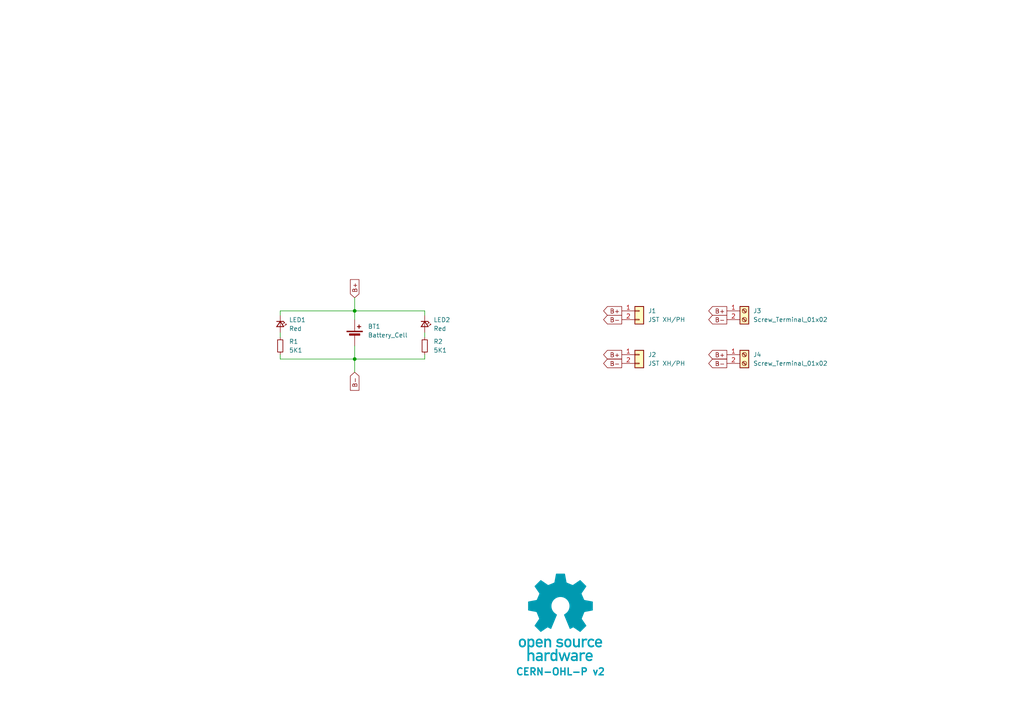
<source format=kicad_sch>
(kicad_sch (version 20231120) (generator "eeschema") (generator_version "8.0")
  (paper "A4")
  (lib_symbols
    (symbol "Connector:Screw_Terminal_01x02" (pin_names (offset 1.016) hide)
      (property "Reference" "J" (at 0 2.54 0))
      (property "Value" "Screw_Terminal_01x02" (at 0 -5.08 0))
      (symbol "Screw_Terminal_01x02_1_1"
        (rectangle (start -1.27 1.27) (end 1.27 -3.81) (stroke (width 0.254)) (fill (type background)))
        (circle (center 0 -2.54) (radius 0.635) (stroke (width 0.1524)))
        (polyline (pts (xy -0.5334 -2.2098) (xy 0.3302 -3.048)) (stroke (width 0.1524)))
        (polyline (pts (xy -0.5334 0.3302) (xy 0.3302 -0.508)) (stroke (width 0.1524)))
        (polyline (pts (xy -0.3556 -2.032) (xy 0.508 -2.8702)) (stroke (width 0.1524)))
        (polyline (pts (xy -0.3556 0.508) (xy 0.508 -0.3302)) (stroke (width 0.1524)))
        (circle (center 0 0) (radius 0.635) (stroke (width 0.1524)))
        (pin passive line (at -5.08 0 0) (length 3.81) (name "Pin_1") (number "1"))
        (pin passive line (at -5.08 -2.54 0) (length 3.81) (name "Pin_2") (number "2"))
      )
    )
    (symbol "Connector_Generic:Conn_01x02" (pin_names (offset 1.016) hide)
      (property "Reference" "J" (at 0 2.54 0))
      (property "Value" "Conn_01x02" (at 0 -5.08 0))
      (symbol "Conn_01x02_1_1"
        (rectangle (start -1.27 -2.413) (end 0 -2.667) (stroke (width 0.1524)))
        (rectangle (start -1.27 0.127) (end 0 -0.127) (stroke (width 0.1524)))
        (rectangle (start -1.27 1.27) (end 1.27 -3.81) (stroke (width 0.254)) (fill (type background)))
        (pin passive line (at -5.08 0 0) (length 3.81) (name "Pin_1") (number "1"))
        (pin passive line (at -5.08 -2.54 0) (length 3.81) (name "Pin_2") (number "2"))
      )
    )
    (symbol "Device:Battery_Cell" (pin_numbers hide) (pin_names (offset 0) hide)
      (property "Reference" "BT" (at 2.54 2.54 0))
      (property "Value" "Battery_Cell" (at 2.54 0 0))
      (symbol "Battery_Cell_0_1"
        (rectangle (start -2.286 1.778) (end 2.286 1.524) (fill (type outline)))
        (rectangle (start -1.524 1.016) (end 1.524 0.508) (fill (type outline)))
        (polyline (pts (xy 0 0.762) (xy 0 0)))
        (polyline (pts (xy 0 1.778) (xy 0 2.54)))
        (polyline (pts (xy 0.762 3.048) (xy 1.778 3.048)) (stroke (width 0.254)))
        (polyline (pts (xy 1.27 3.556) (xy 1.27 2.54)) (stroke (width 0.254)))
      )
      (symbol "Battery_Cell_1_1"
        (pin passive line (at 0 5.08 270) (length 2.54) (name "+") (number "1"))
        (pin passive line (at 0 -2.54 90) (length 2.54) (name "-") (number "2"))
      )
    )
    (symbol "Device:LED_Small" (pin_numbers hide) (pin_names (offset 0.254) hide)
      (property "Reference" "D" (at -1.27 3.175 0))
      (property "Value" "LED_Small" (at -4.445 -2.54 0))
      (symbol "LED_Small_0_1"
        (polyline (pts (xy -0.762 -1.016) (xy -0.762 1.016)) (stroke (width 0.254)))
        (polyline (pts (xy 1.016 0) (xy -0.762 0)))
        (polyline (pts (xy 0.762 -1.016) (xy -0.762 0) (xy 0.762 1.016) (xy 0.762 -1.016)) (stroke (width 0.254)))
        (polyline (pts (xy 0 0.762) (xy -0.508 1.27) (xy -0.254 1.27) (xy -0.508 1.27) (xy -0.508 1.016)))
        (polyline (pts (xy 0.508 1.27) (xy 0 1.778) (xy 0.254 1.778) (xy 0 1.778) (xy 0 1.524)))
      )
      (symbol "LED_Small_1_1"
        (pin passive line (at -2.54 0 0) (length 1.778) (name "K") (number "1"))
        (pin passive line (at 2.54 0 180) (length 1.778) (name "A") (number "2"))
      )
    )
    (symbol "Device:R_Small" (pin_numbers hide) (pin_names (offset 0.254) hide)
      (property "Reference" "R" (at 0.762 0.508 0))
      (property "Value" "R_Small" (at 0.762 -1.016 0))
      (symbol "R_Small_0_1"
        (rectangle (start -0.762 1.778) (end 0.762 -1.778) (stroke (width 0.2032)))
      )
      (symbol "R_Small_1_1"
        (pin passive line (at 0 2.54 270) (length 0.762) (name "~") (number "1"))
        (pin passive line (at 0 -2.54 90) (length 0.762) (name "~") (number "2"))
      )
    )
  )
  (junction (at 102.87 90.17))
  (junction (at 102.87 104.14))
  (wire (pts (xy 123.19 102.87) (xy 123.19 104.14)))
  (wire (pts (xy 81.28 104.14) (xy 81.28 102.87)))
  (wire (pts (xy 102.87 104.14) (xy 102.87 107.95)))
  (wire (pts (xy 123.19 90.17) (xy 123.19 91.44)))
  (wire (pts (xy 102.87 90.17) (xy 81.28 90.17)))
  (wire (pts (xy 123.19 96.52) (xy 123.19 97.79)))
  (wire (pts (xy 81.28 96.52) (xy 81.28 97.79)))
  (wire (pts (xy 102.87 90.17) (xy 123.19 90.17)))
  (wire (pts (xy 81.28 90.17) (xy 81.28 91.44)))
  (wire (pts (xy 123.19 104.14) (xy 102.87 104.14)))
  (wire (pts (xy 102.87 90.17) (xy 102.87 92.71)))
  (wire (pts (xy 102.87 104.14) (xy 81.28 104.14)))
  (wire (pts (xy 102.87 100.33) (xy 102.87 104.14)))
  (wire (pts (xy 102.87 86.36) (xy 102.87 90.17)))
  (image (at 162.56 179.07) (scale 0.37481))
  (text "CERN-OHL-P v2" (at 162.56 195.072 0) (effects (font (size 2 2) (thickness 0.4) (bold yes))))
  (global_label "B-" (shape input) (at 102.87 107.95 270) (property "Intersheetrefs" "${INTERSHEET_REFS}" (effects (hide yes))))
  (global_label "B-" (shape output) (at 180.34 92.71 180) (property "Intersheetrefs" "${INTERSHEET_REFS}" (effects (hide yes))))
  (global_label "B-" (shape output) (at 180.34 105.41 180) (property "Intersheetrefs" "${INTERSHEET_REFS}" (effects (hide yes))))
  (global_label "B+" (shape output) (at 180.34 90.17 180) (property "Intersheetrefs" "${INTERSHEET_REFS}" (effects (hide yes))))
  (global_label "B+" (shape output) (at 180.34 102.87 180) (property "Intersheetrefs" "${INTERSHEET_REFS}" (effects (hide yes))))
  (global_label "B-" (shape output) (at 210.82 92.71 180) (property "Intersheetrefs" "${INTERSHEET_REFS}" (effects (hide yes))))
  (global_label "B+" (shape output) (at 210.82 90.17 180) (property "Intersheetrefs" "${INTERSHEET_REFS}" (effects (hide yes))))
  (global_label "B+" (shape input) (at 102.87 86.36 90) (property "Intersheetrefs" "${INTERSHEET_REFS}" (effects (hide yes))))
  (global_label "B+" (shape output) (at 210.82 102.87 180) (property "Intersheetrefs" "${INTERSHEET_REFS}" (effects (hide yes))))
  (global_label "B-" (shape output) (at 210.82 105.41 180) (property "Intersheetrefs" "${INTERSHEET_REFS}" (effects (hide yes))))
  (symbol (lib_id "Device:R_Small") (at 123.19 100.33 0) (unit 1)
    (property "Reference" "R2" (at 125.73 99.0599 0) (effects (justify left)))
    (property "Value" "5K1" (at 125.73 101.5999 0) (effects (justify left)))
    (property "Footprint" "custom:R_0603_1608Metric_Pad0.98x0.95mm_HandSolder_simple" (effects (hide yes)))
    (property "Description" "Resistor, small symbol" (effects (hide yes)))
    (property "LCSC Part" "C25905" (effects (hide yes)))
  )
  (symbol (lib_id "Connector_Generic:Conn_01x02") (at 185.42 90.17 0) (unit 1)
    (property "Reference" "J1" (at 187.96 90.1699 0) (effects (justify left)))
    (property "Value" "JST XH/PH" (at 187.96 92.7099 0) (effects (justify left)))
    (property "Footprint" "custom:Conn_Combo_JST-1x02-XH_PH-THT-pad2gnd" (effects (hide yes)))
    (property "Description" "Generic connector, single row, 01x02, script generated (kicad-library-utils/schlib/autogen/connector/)" (effects (hide yes)))
  )
  (symbol (lib_id "Connector:Screw_Terminal_01x02") (at 215.9 102.87 0) (unit 1)
    (property "Reference" "J4" (at 218.44 102.8699 0) (effects (justify left)))
    (property "Value" "Screw_Terminal_01x02" (at 218.44 105.4099 0) (effects (justify left)))
    (property "Footprint" "custom:Conn_Combo_TerminalBlock_P3.5-P5.08_1x02_pad2gnd" (effects (hide yes)))
    (property "Description" "Generic screw terminal, single row, 01x02, script generated (kicad-library-utils/schlib/autogen/connector/)" (effects (hide yes)))
  )
  (symbol (lib_id "Device:R_Small") (at 81.28 100.33 0) (unit 1)
    (property "Reference" "R1" (at 83.82 99.0599 0) (effects (justify left)))
    (property "Value" "5K1" (at 83.82 101.5999 0) (effects (justify left)))
    (property "Footprint" "custom:R_0603_1608Metric_Pad0.98x0.95mm_HandSolder_simple" (effects (hide yes)))
    (property "Description" "Resistor, small symbol" (effects (hide yes)))
    (property "LCSC Part" "C25905" (effects (hide yes)))
  )
  (symbol (lib_id "Device:Battery_Cell") (at 102.87 97.79 0) (unit 1)
    (property "Reference" "BT1" (at 106.68 94.6784 0) (effects (justify left)))
    (property "Value" "Battery_Cell" (at 106.68 97.2184 0) (effects (justify left)))
    (property "Footprint" "custom:BAT-TH_18650-A5BJ001_large_vias" (effects (hide yes)))
    (property "Description" "Single-cell battery" (effects (hide yes)))
  )
  (symbol (lib_id "Connector_Generic:Conn_01x02") (at 185.42 102.87 0) (unit 1)
    (property "Reference" "J2" (at 187.96 102.8699 0) (effects (justify left)))
    (property "Value" "JST XH/PH" (at 187.96 105.4099 0) (effects (justify left)))
    (property "Footprint" "custom:Conn_Combo_JST-1x02-XH_PH-THT-pad2gnd" (effects (hide yes)))
    (property "Description" "Generic connector, single row, 01x02, script generated (kicad-library-utils/schlib/autogen/connector/)" (effects (hide yes)))
  )
  (symbol (lib_id "Device:LED_Small") (at 123.19 93.98 270) (unit 1)
    (property "Reference" "LED2" (at 125.73 92.7734 90) (effects (justify left)))
    (property "Value" "Red" (at 125.73 95.3134 90) (effects (justify left)))
    (property "Footprint" "custom:LED_0603_1608Metric_Pad1.05x0.95mm_HandSolder_simple" (effects (hide yes)))
    (property "Description" "Light emitting diode, small symbol" (effects (hide yes)))
    (property "LCSC Part" "C2286" (effects (hide yes)))
  )
  (symbol (lib_id "Connector:Screw_Terminal_01x02") (at 215.9 90.17 0) (unit 1)
    (property "Reference" "J3" (at 218.44 90.1699 0) (effects (justify left)))
    (property "Value" "Screw_Terminal_01x02" (at 218.44 92.7099 0) (effects (justify left)))
    (property "Footprint" "custom:Conn_Combo_TerminalBlock_P3.5-P5.08_1x02_pad2gnd" (effects (hide yes)))
    (property "Description" "Generic screw terminal, single row, 01x02, script generated (kicad-library-utils/schlib/autogen/connector/)" (effects (hide yes)))
  )
  (symbol (lib_id "Device:LED_Small") (at 81.28 93.98 270) (unit 1)
    (property "Reference" "LED1" (at 83.82 92.7734 90) (effects (justify left)))
    (property "Value" "Red" (at 83.82 95.3134 90) (effects (justify left)))
    (property "Footprint" "custom:LED_0603_1608Metric_Pad1.05x0.95mm_HandSolder_simple" (effects (hide yes)))
    (property "Description" "Light emitting diode, small symbol" (effects (hide yes)))
    (property "LCSC Part" "C2286" (effects (hide yes)))
  )
)
</source>
